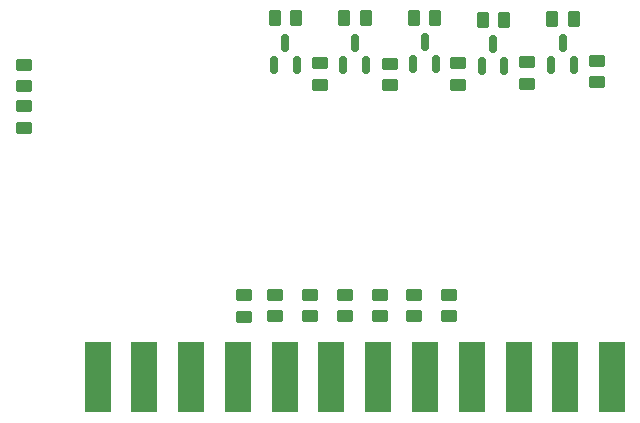
<source format=gbr>
%TF.GenerationSoftware,KiCad,Pcbnew,9.0.2-9.0.2-0~ubuntu24.10.1*%
%TF.CreationDate,2025-07-06T18:08:21+02:00*%
%TF.ProjectId,pet_joymate,7065745f-6a6f-4796-9d61-74652e6b6963,rev?*%
%TF.SameCoordinates,Original*%
%TF.FileFunction,Paste,Bot*%
%TF.FilePolarity,Positive*%
%FSLAX46Y46*%
G04 Gerber Fmt 4.6, Leading zero omitted, Abs format (unit mm)*
G04 Created by KiCad (PCBNEW 9.0.2-9.0.2-0~ubuntu24.10.1) date 2025-07-06 18:08:21*
%MOMM*%
%LPD*%
G01*
G04 APERTURE LIST*
G04 Aperture macros list*
%AMRoundRect*
0 Rectangle with rounded corners*
0 $1 Rounding radius*
0 $2 $3 $4 $5 $6 $7 $8 $9 X,Y pos of 4 corners*
0 Add a 4 corners polygon primitive as box body*
4,1,4,$2,$3,$4,$5,$6,$7,$8,$9,$2,$3,0*
0 Add four circle primitives for the rounded corners*
1,1,$1+$1,$2,$3*
1,1,$1+$1,$4,$5*
1,1,$1+$1,$6,$7*
1,1,$1+$1,$8,$9*
0 Add four rect primitives between the rounded corners*
20,1,$1+$1,$2,$3,$4,$5,0*
20,1,$1+$1,$4,$5,$6,$7,0*
20,1,$1+$1,$6,$7,$8,$9,0*
20,1,$1+$1,$8,$9,$2,$3,0*%
G04 Aperture macros list end*
%ADD10R,2.200000X6.000000*%
%ADD11RoundRect,0.150000X0.150000X-0.587500X0.150000X0.587500X-0.150000X0.587500X-0.150000X-0.587500X0*%
%ADD12RoundRect,0.250000X-0.262500X-0.450000X0.262500X-0.450000X0.262500X0.450000X-0.262500X0.450000X0*%
%ADD13RoundRect,0.250000X0.262500X0.450000X-0.262500X0.450000X-0.262500X-0.450000X0.262500X-0.450000X0*%
%ADD14RoundRect,0.250000X0.450000X-0.262500X0.450000X0.262500X-0.450000X0.262500X-0.450000X-0.262500X0*%
%ADD15RoundRect,0.250000X-0.450000X0.262500X-0.450000X-0.262500X0.450000X-0.262500X0.450000X0.262500X0*%
G04 APERTURE END LIST*
D10*
%TO.C,U3*%
X123985000Y-131500000D03*
X120025000Y-131500000D03*
X116065000Y-131500000D03*
X112105000Y-131500000D03*
X108145000Y-131500000D03*
X104185000Y-131500000D03*
X100225000Y-131500000D03*
X96265000Y-131500000D03*
X92305000Y-131500000D03*
X88345000Y-131500000D03*
X84385000Y-131500000D03*
X80425000Y-131500000D03*
%TD*%
D11*
%TO.C,Q7*%
X103145000Y-105055000D03*
X101245000Y-105055000D03*
X102195000Y-103180000D03*
%TD*%
D12*
%TO.C,R13*%
X95425000Y-101087500D03*
X97250000Y-101087500D03*
%TD*%
D13*
%TO.C,R9*%
X120750000Y-101137500D03*
X118925000Y-101137500D03*
%TD*%
%TO.C,R11*%
X109020000Y-101047500D03*
X107195000Y-101047500D03*
%TD*%
D11*
%TO.C,Q5*%
X97275000Y-105062500D03*
X95375000Y-105062500D03*
X96325000Y-103187500D03*
%TD*%
D14*
%TO.C,R14*%
X99255000Y-106737500D03*
X99255000Y-104912500D03*
%TD*%
D11*
%TO.C,Q6*%
X114875000Y-105137500D03*
X112975000Y-105137500D03*
X113925000Y-103262500D03*
%TD*%
D14*
%TO.C,R12*%
X110935000Y-106707500D03*
X110935000Y-104882500D03*
%TD*%
D15*
%TO.C,R8*%
X92850000Y-124550000D03*
X92850000Y-126375000D03*
%TD*%
D13*
%TO.C,R21*%
X103147500Y-101087500D03*
X101322500Y-101087500D03*
%TD*%
D15*
%TO.C,R5*%
X101350000Y-124475000D03*
X101350000Y-126300000D03*
%TD*%
D14*
%TO.C,R10*%
X122725000Y-106500000D03*
X122725000Y-104675000D03*
%TD*%
D15*
%TO.C,R4*%
X104300000Y-124475000D03*
X104300000Y-126300000D03*
%TD*%
D14*
%TO.C,R20*%
X116800000Y-106612500D03*
X116800000Y-104787500D03*
%TD*%
%TO.C,R1*%
X74175000Y-110375000D03*
X74175000Y-108550000D03*
%TD*%
D15*
%TO.C,R3*%
X107250000Y-124475000D03*
X107250000Y-126300000D03*
%TD*%
%TO.C,R2*%
X110200000Y-124475000D03*
X110200000Y-126300000D03*
%TD*%
D14*
%TO.C,R22*%
X105185000Y-106747500D03*
X105185000Y-104922500D03*
%TD*%
D15*
%TO.C,R6*%
X98400000Y-124475000D03*
X98400000Y-126300000D03*
%TD*%
D11*
%TO.C,Q3*%
X120750000Y-105062500D03*
X118850000Y-105062500D03*
X119800000Y-103187500D03*
%TD*%
%TO.C,Q4*%
X109055000Y-104977500D03*
X107155000Y-104977500D03*
X108105000Y-103102500D03*
%TD*%
D15*
%TO.C,R7*%
X95450000Y-124475000D03*
X95450000Y-126300000D03*
%TD*%
D13*
%TO.C,R19*%
X114875000Y-101212500D03*
X113050000Y-101212500D03*
%TD*%
D14*
%TO.C,R15*%
X74155000Y-106850000D03*
X74155000Y-105025000D03*
%TD*%
M02*

</source>
